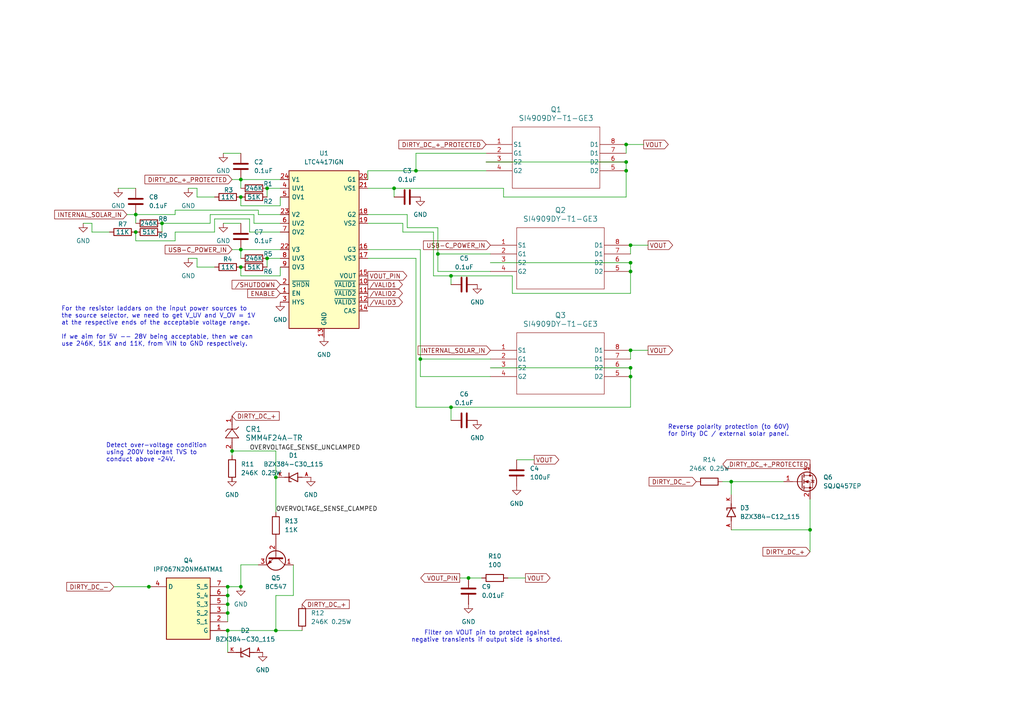
<source format=kicad_sch>
(kicad_sch (version 20231120) (generator "eeschema") (generator_version "8.0")
  (paper "A4")
  (lib_symbols
    (symbol "2025-03-01_04-59-26:SI4909DY-T1-GE3" (pin_names (offset 0.254))
      (property "Reference" "Q" (at 20.32 10.16 0))
      (property "Value" "SI4909DY-T1-GE3" (at 20.32 7.62 0))
      (symbol "SI4909DY-T1-GE3_0_1"
        (polyline (pts (xy 7.62 -12.7) (xy 33.02 -12.7)) (stroke (width 0.127)))
        (polyline (pts (xy 7.62 5.08) (xy 7.62 -12.7)) (stroke (width 0.127)))
        (polyline (pts (xy 33.02 -12.7) (xy 33.02 5.08)) (stroke (width 0.127)))
        (polyline (pts (xy 33.02 5.08) (xy 7.62 5.08)) (stroke (width 0.127)))
        (pin bidirectional line (at 0 0 0) (length 7.62) (name "S1") (number "1"))
        (pin bidirectional line (at 0 -2.54 0) (length 7.62) (name "G1") (number "2"))
        (pin unspecified line (at 0 -5.08 0) (length 7.62) (name "S2") (number "3"))
        (pin bidirectional line (at 0 -7.62 0) (length 7.62) (name "G2") (number "4"))
        (pin bidirectional line (at 40.64 -7.62 180) (length 7.62) (name "D2") (number "5"))
        (pin bidirectional line (at 40.64 -5.08 180) (length 7.62) (name "D2") (number "6"))
        (pin bidirectional line (at 40.64 -2.54 180) (length 7.62) (name "D1") (number "7"))
        (pin bidirectional line (at 40.64 0 180) (length 7.62) (name "D1") (number "8"))
      )
    )
    (symbol "2025-03-01_11-33-46:SMM4F24A-TR" (pin_names (offset 0.254))
      (property "Reference" "CR" (at 0 0 0))
      (property "Value" "SMM4F24A-TR" (at 0 0 0))
      (symbol "SMM4F24A-TR_0_1"
        (polyline (pts (xy 2.54 0) (xy 3.81 0)) (stroke (width 0.2032)))
        (polyline (pts (xy 3.175 1.905) (xy 3.81 1.27)) (stroke (width 0.2032)))
        (polyline (pts (xy 3.81 -1.27) (xy 4.445 -1.905)) (stroke (width 0.2032)))
        (polyline (pts (xy 3.81 0) (xy 6.35 -1.905)) (stroke (width 0.2032)))
        (polyline (pts (xy 3.81 1.27) (xy 3.81 -1.27)) (stroke (width 0.2032)))
        (polyline (pts (xy 6.35 -1.905) (xy 6.35 1.905)) (stroke (width 0.2032)))
        (polyline (pts (xy 6.35 1.905) (xy 3.81 0)) (stroke (width 0.2032)))
        (polyline (pts (xy 7.62 0) (xy 6.35 0)) (stroke (width 0.2032)))
        (pin unspecified line (at 0 0 0) (length 2.54) (name "") (number "1"))
        (pin unspecified line (at 10.16 0 180) (length 2.54) (name "") (number "2"))
      )
    )
    (symbol "BZX384-C30_115:BZX384-C30_115" (pin_names (offset 1.016))
      (property "Reference" "D" (at -2.54 -5.08 0))
      (property "Value" "BZX384-C30_115" (at -2.54 2.54 0))
      (symbol "BZX384-C30_115_0_0"
        (polyline (pts (xy -2.54 0) (xy -1.27 0)) (stroke (width 0.254)))
        (polyline (pts (xy -1.27 -1.27) (xy -1.27 0)) (stroke (width 0.254)))
        (polyline (pts (xy -1.27 0) (xy -1.27 1.27)) (stroke (width 0.254)))
        (polyline (pts (xy -1.27 0) (xy 1.27 -1.27)) (stroke (width 0.254)))
        (polyline (pts (xy -0.635 -1.27) (xy -1.27 -1.27)) (stroke (width 0.254)))
        (polyline (pts (xy 1.27 -1.27) (xy 1.27 0)) (stroke (width 0.254)))
        (polyline (pts (xy 1.27 0) (xy 1.27 1.27)) (stroke (width 0.254)))
        (polyline (pts (xy 1.27 1.27) (xy -1.27 0)) (stroke (width 0.254)))
        (polyline (pts (xy 2.54 0) (xy 1.27 0)) (stroke (width 0.254)))
        (pin passive line (at 5.08 0 180) (length 2.54) (name "~") (number "A"))
        (pin passive line (at -5.08 0 0) (length 2.54) (name "~") (number "K"))
      )
    )
    (symbol "Device:C" (pin_numbers hide) (pin_names (offset 0.254))
      (property "Reference" "C" (at 0.635 2.54 0))
      (property "Value" "C" (at 0.635 -2.54 0))
      (symbol "C_0_1"
        (polyline (pts (xy -2.032 -0.762) (xy 2.032 -0.762)) (stroke (width 0.508)))
        (polyline (pts (xy -2.032 0.762) (xy 2.032 0.762)) (stroke (width 0.508)))
      )
      (symbol "C_1_1"
        (pin passive line (at 0 3.81 270) (length 2.794) (name "~") (number "1"))
        (pin passive line (at 0 -3.81 90) (length 2.794) (name "~") (number "2"))
      )
    )
    (symbol "Device:R" (pin_numbers hide) (pin_names (offset 0))
      (property "Reference" "R" (at 2.032 0 90))
      (property "Value" "R" (at 0 0 90))
      (symbol "R_0_1"
        (rectangle (start -1.016 -2.54) (end 1.016 2.54) (stroke (width 0.254)))
      )
      (symbol "R_1_1"
        (pin passive line (at 0 3.81 270) (length 1.27) (name "~") (number "1"))
        (pin passive line (at 0 -3.81 90) (length 1.27) (name "~") (number "2"))
      )
    )
    (symbol "IPF067N20NM6ATMA1:IPF067N20NM6ATMA1"
      (property "Reference" "Q" (at 19.05 7.62 0))
      (property "Value" "IPF067N20NM6ATMA1" (at 19.05 5.08 0))
      (symbol "IPF067N20NM6ATMA1_1_1"
        (rectangle (start 5.08 2.54) (end 17.78 -15.24) (stroke (width 0.254)) (fill (type background)))
        (pin passive line (at 22.86 -12.7 180) (length 5.08) (name "G") (number "1"))
        (pin passive line (at 22.86 -10.16 180) (length 5.08) (name "S_1") (number "2"))
        (pin passive line (at 22.86 -7.62 180) (length 5.08) (name "S_2") (number "3"))
        (pin passive line (at 0 0 0) (length 5.08) (name "D") (number "4"))
        (pin passive line (at 22.86 -5.08 180) (length 5.08) (name "S_3") (number "5"))
        (pin passive line (at 22.86 -2.54 180) (length 5.08) (name "S_4") (number "6"))
        (pin passive line (at 22.86 0 180) (length 5.08) (name "S_5") (number "7"))
      )
    )
    (symbol "Power_Management:LTC4417IGN" (pin_names (offset 0.762))
      (property "Reference" "U" (at 0 26.035 0))
      (property "Value" "LTC4417IGN" (at 0 24.13 0))
      (symbol "LTC4417IGN_0_1"
        (rectangle (start -10.16 22.86) (end 10.16 -22.86) (stroke (width 0.254)) (fill (type background)))
      )
      (symbol "LTC4417IGN_1_1"
        (pin input line (at -12.7 -12.7 0) (length 2.54) (name "EN") (number "1"))
        (pin open_collector line (at 12.7 -10.16 180) (length 2.54) (name "~{VALID1}") (number "10"))
        (pin open_collector line (at 12.7 -12.7 180) (length 2.54) (name "~{VALID2}") (number "11"))
        (pin open_collector line (at 12.7 -15.24 180) (length 2.54) (name "~{VALID3}") (number "12"))
        (pin power_in line (at 0 -25.4 90) (length 2.54) (name "GND") (number "13"))
        (pin output line (at 12.7 -17.78 180) (length 2.54) (name "CAS") (number "14"))
        (pin output line (at 12.7 -7.62 180) (length 2.54) (name "VOUT") (number "15"))
        (pin output line (at 12.7 0 180) (length 2.54) (name "G3") (number "16"))
        (pin output line (at 12.7 -2.54 180) (length 2.54) (name "VS3") (number "17"))
        (pin output line (at 12.7 10.16 180) (length 2.54) (name "G2") (number "18"))
        (pin output line (at 12.7 7.62 180) (length 2.54) (name "VS2") (number "19"))
        (pin input line (at -12.7 -10.16 0) (length 2.54) (name "~{SHDN}") (number "2"))
        (pin output line (at 12.7 20.32 180) (length 2.54) (name "G1") (number "20"))
        (pin output line (at 12.7 17.78 180) (length 2.54) (name "VS1") (number "21"))
        (pin input line (at -12.7 0 0) (length 2.54) (name "V3") (number "22"))
        (pin input line (at -12.7 10.16 0) (length 2.54) (name "V2") (number "23"))
        (pin input line (at -12.7 20.32 0) (length 2.54) (name "V1") (number "24"))
        (pin input line (at -12.7 -15.24 0) (length 2.54) (name "HYS") (number "3"))
        (pin input line (at -12.7 17.78 0) (length 2.54) (name "UV1") (number "4"))
        (pin input line (at -12.7 15.24 0) (length 2.54) (name "OV1") (number "5"))
        (pin input line (at -12.7 7.62 0) (length 2.54) (name "UV2") (number "6"))
        (pin input line (at -12.7 5.08 0) (length 2.54) (name "OV2") (number "7"))
        (pin input line (at -12.7 -2.54 0) (length 2.54) (name "UV3") (number "8"))
        (pin input line (at -12.7 -5.08 0) (length 2.54) (name "OV3") (number "9"))
      )
    )
    (symbol "Transistor_BJT:BC547" (pin_names (offset 0) hide)
      (property "Reference" "Q" (at 5.08 1.905 0))
      (property "Value" "BC547" (at 5.08 0 0))
      (symbol "BC547_0_1"
        (polyline (pts (xy 0 0) (xy 0.635 0)))
        (polyline (pts (xy 0.635 0.635) (xy 2.54 2.54)))
        (polyline (pts (xy 0.635 -0.635) (xy 2.54 -2.54) (xy 2.54 -2.54)))
        (polyline (pts (xy 0.635 1.905) (xy 0.635 -1.905) (xy 0.635 -1.905)) (stroke (width 0.508)))
        (polyline (pts (xy 1.27 -1.778) (xy 1.778 -1.27) (xy 2.286 -2.286) (xy 1.27 -1.778) (xy 1.27 -1.778)) (fill (type outline)))
        (circle (center 1.27 0) (radius 2.8194) (stroke (width 0.254)))
      )
      (symbol "BC547_1_1"
        (pin passive line (at 2.54 5.08 270) (length 2.54) (name "C") (number "1"))
        (pin input line (at -5.08 0 0) (length 5.08) (name "B") (number "2"))
        (pin passive line (at 2.54 -5.08 90) (length 2.54) (name "E") (number "3"))
      )
    )
    (symbol "Transistor_FET:SQJQ466E" (pin_names (offset 0) hide)
      (property "Reference" "Q" (at 5.08 1.27 0))
      (property "Value" "SQJQ466E" (at 5.08 -1.27 0))
      (symbol "SQJQ466E_0_1"
        (polyline (pts (xy 0.254 0) (xy -2.54 0)))
        (polyline (pts (xy 0.254 1.905) (xy 0.254 -1.905)) (stroke (width 0.254)))
        (polyline (pts (xy 0.762 -1.27) (xy 0.762 -2.286)) (stroke (width 0.254)))
        (polyline (pts (xy 0.762 0.508) (xy 0.762 -0.508)) (stroke (width 0.254)))
        (polyline (pts (xy 0.762 2.286) (xy 0.762 1.27)) (stroke (width 0.254)))
        (polyline (pts (xy 2.54 2.54) (xy 2.54 1.778)))
        (polyline (pts (xy 2.54 -2.54) (xy 2.54 0) (xy 0.762 0)))
        (polyline (pts (xy 0.762 -1.778) (xy 3.302 -1.778) (xy 3.302 1.778) (xy 0.762 1.778)))
        (polyline (pts (xy 1.016 0) (xy 2.032 0.381) (xy 2.032 -0.381) (xy 1.016 0)) (fill (type outline)))
        (polyline (pts (xy 2.794 0.508) (xy 2.921 0.381) (xy 3.683 0.381) (xy 3.81 0.254)))
        (polyline (pts (xy 3.302 0.381) (xy 2.921 -0.254) (xy 3.683 -0.254) (xy 3.302 0.381)))
        (circle (center 1.651 0) (radius 2.794) (stroke (width 0.254)))
        (circle (center 2.54 -1.778) (radius 0.254) (fill (type outline)))
        (circle (center 2.54 1.778) (radius 0.254) (fill (type outline)))
      )
      (symbol "SQJQ466E_1_1"
        (pin input line (at -5.08 0 0) (length 2.54) (name "G") (number "1"))
        (pin passive line (at 2.54 -5.08 90) (length 2.54) (name "S") (number "2"))
        (pin passive line (at 2.54 -5.08 90) (length 2.54) hide (name "S") (number "3"))
        (pin passive line (at 2.54 -5.08 90) (length 2.54) hide (name "S") (number "4"))
        (pin passive line (at 2.54 5.08 270) (length 2.54) (name "D") (number "5"))
      )
    )
    (symbol "power:GND" (power) (pin_numbers hide) (pin_names (offset 0) hide)
      (property "Value" "GND" (at 0 -3.81 0))
      (symbol "GND_0_1"
        (polyline (pts (xy 0 0) (xy 0 -1.27) (xy 1.27 -1.27) (xy 0 -2.54) (xy -1.27 -1.27) (xy 0 -1.27)))
      )
      (symbol "GND_1_1"
        (pin power_in line (at 0 0 270) (length 0) (name "~") (number "1"))
      )
    )
  )
  (junction (at 181.61 46.99))
  (junction (at 66.04 170.18))
  (junction (at 120.65 49.53))
  (junction (at 181.61 49.53))
  (junction (at 127 73.66))
  (junction (at 80.01 182.88))
  (junction (at 182.88 78.74))
  (junction (at 121.92 104.14))
  (junction (at 135.89 167.64))
  (junction (at 66.04 172.72))
  (junction (at 114.3 54.61))
  (junction (at 182.88 106.68))
  (junction (at 39.37 67.31))
  (junction (at 69.85 77.47))
  (junction (at 69.85 52.07))
  (junction (at 39.37 62.23))
  (junction (at 182.88 71.12))
  (junction (at 69.85 57.15))
  (junction (at 130.81 118.11))
  (junction (at 234.95 153.67))
  (junction (at 182.88 101.6))
  (junction (at 67.31 130.81))
  (junction (at 77.47 54.61))
  (junction (at 66.04 175.26))
  (junction (at 69.85 72.39))
  (junction (at 80.01 138.43))
  (junction (at 69.85 170.18))
  (junction (at 130.81 80.01))
  (junction (at 66.04 182.88))
  (junction (at 182.88 76.2))
  (junction (at 43.18 170.18))
  (junction (at 181.61 41.91))
  (junction (at 66.04 177.8))
  (junction (at 77.47 74.93))
  (junction (at 212.09 139.7))
  (junction (at 46.99 64.77))
  (junction (at 182.88 109.22))
  (wire (pts (xy 69.85 52.07) (xy 69.85 54.61)))
  (wire (pts (xy 142.24 106.68) (xy 182.88 106.68)))
  (wire (pts (xy 39.37 62.23) (xy 39.37 64.77)))
  (wire (pts (xy 73.66 62.23) (xy 73.66 64.77)))
  (wire (pts (xy 39.37 62.23) (xy 50.8 62.23)))
  (wire (pts (xy 130.81 80.01) (xy 130.81 82.55)))
  (wire (pts (xy 125.73 67.31) (xy 125.73 80.01)))
  (wire (pts (xy 106.68 49.53) (xy 120.65 49.53)))
  (wire (pts (xy 80.01 138.43) (xy 80.01 130.81)))
  (wire (pts (xy 182.88 76.2) (xy 182.88 78.74)))
  (wire (pts (xy 64.77 64.77) (xy 69.85 64.77)))
  (wire (pts (xy 81.28 57.15) (xy 81.28 59.69)))
  (wire (pts (xy 120.65 44.45) (xy 120.65 49.53)))
  (wire (pts (xy 69.85 72.39) (xy 69.85 74.93)))
  (wire (pts (xy 234.95 144.78) (xy 234.95 153.67)))
  (wire (pts (xy 149.86 133.35) (xy 154.94 133.35)))
  (wire (pts (xy 69.85 163.83) (xy 69.85 170.18)))
  (wire (pts (xy 39.37 69.85) (xy 39.37 67.31)))
  (wire (pts (xy 69.85 52.07) (xy 81.28 52.07)))
  (wire (pts (xy 43.18 170.18) (xy 45.72 170.18)))
  (wire (pts (xy 66.04 172.72) (xy 66.04 170.18)))
  (wire (pts (xy 72.39 63.5) (xy 62.23 63.5)))
  (wire (pts (xy 74.93 163.83) (xy 69.85 163.83)))
  (wire (pts (xy 212.09 139.7) (xy 227.33 139.7)))
  (wire (pts (xy 50.8 67.31) (xy 50.8 69.85)))
  (wire (pts (xy 67.31 130.81) (xy 80.01 130.81)))
  (wire (pts (xy 77.47 74.93) (xy 81.28 74.93)))
  (wire (pts (xy 130.81 80.01) (xy 148.59 80.01)))
  (wire (pts (xy 34.29 54.61) (xy 39.37 54.61)))
  (wire (pts (xy 72.39 67.31) (xy 72.39 63.5)))
  (wire (pts (xy 181.61 46.99) (xy 181.61 49.53)))
  (wire (pts (xy 77.47 54.61) (xy 81.28 54.61)))
  (wire (pts (xy 181.61 41.91) (xy 186.69 41.91)))
  (wire (pts (xy 133.35 167.64) (xy 135.89 167.64)))
  (wire (pts (xy 106.68 54.61) (xy 114.3 54.61)))
  (wire (pts (xy 33.02 170.18) (xy 43.18 170.18)))
  (wire (pts (xy 60.96 64.77) (xy 60.96 62.23)))
  (wire (pts (xy 146.05 54.61) (xy 146.05 57.15)))
  (wire (pts (xy 147.32 167.64) (xy 152.4 167.64)))
  (wire (pts (xy 182.88 71.12) (xy 187.96 71.12)))
  (wire (pts (xy 46.99 64.77) (xy 46.99 67.31)))
  (wire (pts (xy 74.93 60.96) (xy 50.8 60.96)))
  (wire (pts (xy 26.67 67.31) (xy 31.75 67.31)))
  (wire (pts (xy 80.01 182.88) (xy 87.63 182.88)))
  (wire (pts (xy 118.11 62.23) (xy 118.11 66.04)))
  (wire (pts (xy 182.88 71.12) (xy 182.88 73.66)))
  (wire (pts (xy 69.85 72.39) (xy 81.28 72.39)))
  (wire (pts (xy 125.73 80.01) (xy 130.81 80.01)))
  (wire (pts (xy 81.28 80.01) (xy 69.85 80.01)))
  (wire (pts (xy 81.28 67.31) (xy 72.39 67.31)))
  (wire (pts (xy 77.47 74.93) (xy 77.47 77.47)))
  (wire (pts (xy 182.88 101.6) (xy 182.88 104.14)))
  (wire (pts (xy 80.01 172.72) (xy 85.09 172.72)))
  (wire (pts (xy 66.04 182.88) (xy 80.01 182.88)))
  (wire (pts (xy 116.84 67.31) (xy 125.73 67.31)))
  (wire (pts (xy 69.85 59.69) (xy 69.85 57.15)))
  (wire (pts (xy 81.28 77.47) (xy 81.28 80.01)))
  (wire (pts (xy 54.61 74.93) (xy 57.15 74.93)))
  (wire (pts (xy 209.55 139.7) (xy 212.09 139.7)))
  (wire (pts (xy 142.24 76.2) (xy 182.88 76.2)))
  (wire (pts (xy 140.97 46.99) (xy 181.61 46.99)))
  (wire (pts (xy 120.65 118.11) (xy 130.81 118.11)))
  (wire (pts (xy 24.13 64.77) (xy 26.67 64.77)))
  (wire (pts (xy 120.65 44.45) (xy 140.97 44.45)))
  (wire (pts (xy 148.59 80.01) (xy 148.59 85.09)))
  (wire (pts (xy 106.68 62.23) (xy 118.11 62.23)))
  (wire (pts (xy 127 73.66) (xy 127 78.74)))
  (wire (pts (xy 69.85 80.01) (xy 69.85 77.47)))
  (wire (pts (xy 77.47 54.61) (xy 77.47 57.15)))
  (wire (pts (xy 50.8 60.96) (xy 50.8 62.23)))
  (wire (pts (xy 234.95 153.67) (xy 234.95 160.02)))
  (wire (pts (xy 67.31 130.81) (xy 67.31 132.08)))
  (wire (pts (xy 73.66 64.77) (xy 81.28 64.77)))
  (wire (pts (xy 62.23 67.31) (xy 50.8 67.31)))
  (wire (pts (xy 120.65 49.53) (xy 140.97 49.53)))
  (wire (pts (xy 66.04 180.34) (xy 66.04 177.8)))
  (wire (pts (xy 57.15 57.15) (xy 62.23 57.15)))
  (wire (pts (xy 74.93 62.23) (xy 74.93 60.96)))
  (wire (pts (xy 142.24 78.74) (xy 127 78.74)))
  (wire (pts (xy 182.88 101.6) (xy 187.96 101.6)))
  (wire (pts (xy 66.04 177.8) (xy 66.04 175.26)))
  (wire (pts (xy 148.59 85.09) (xy 182.88 85.09)))
  (wire (pts (xy 80.01 138.43) (xy 80.01 148.59)))
  (wire (pts (xy 50.8 69.85) (xy 39.37 69.85)))
  (wire (pts (xy 106.68 74.93) (xy 120.65 74.93)))
  (wire (pts (xy 57.15 77.47) (xy 62.23 77.47)))
  (wire (pts (xy 62.23 63.5) (xy 62.23 67.31)))
  (wire (pts (xy 121.92 72.39) (xy 121.92 104.14)))
  (wire (pts (xy 114.3 54.61) (xy 114.3 57.15)))
  (wire (pts (xy 121.92 104.14) (xy 142.24 104.14)))
  (wire (pts (xy 121.92 104.14) (xy 121.92 109.22)))
  (wire (pts (xy 106.68 52.07) (xy 106.68 49.53)))
  (wire (pts (xy 114.3 54.61) (xy 146.05 54.61)))
  (wire (pts (xy 60.96 62.23) (xy 73.66 62.23)))
  (wire (pts (xy 212.09 143.51) (xy 212.09 139.7)))
  (wire (pts (xy 36.83 62.23) (xy 39.37 62.23)))
  (wire (pts (xy 118.11 66.04) (xy 127 66.04)))
  (wire (pts (xy 66.04 175.26) (xy 66.04 172.72)))
  (wire (pts (xy 130.81 118.11) (xy 130.81 121.92)))
  (wire (pts (xy 181.61 57.15) (xy 181.61 49.53)))
  (wire (pts (xy 81.28 59.69) (xy 69.85 59.69)))
  (wire (pts (xy 64.77 44.45) (xy 69.85 44.45)))
  (wire (pts (xy 57.15 54.61) (xy 57.15 57.15)))
  (wire (pts (xy 106.68 72.39) (xy 121.92 72.39)))
  (wire (pts (xy 66.04 182.88) (xy 66.04 189.23)))
  (wire (pts (xy 127 66.04) (xy 127 73.66)))
  (wire (pts (xy 57.15 74.93) (xy 57.15 77.47)))
  (wire (pts (xy 182.88 106.68) (xy 182.88 109.22)))
  (wire (pts (xy 46.99 64.77) (xy 60.96 64.77)))
  (wire (pts (xy 127 73.66) (xy 142.24 73.66)))
  (wire (pts (xy 80.01 172.72) (xy 80.01 182.88)))
  (wire (pts (xy 212.09 153.67) (xy 234.95 153.67)))
  (wire (pts (xy 66.04 170.18) (xy 69.85 170.18)))
  (wire (pts (xy 120.65 74.93) (xy 120.65 118.11)))
  (wire (pts (xy 67.31 72.39) (xy 69.85 72.39)))
  (wire (pts (xy 130.81 118.11) (xy 182.88 118.11)))
  (wire (pts (xy 146.05 57.15) (xy 181.61 57.15)))
  (wire (pts (xy 26.67 64.77) (xy 26.67 67.31)))
  (wire (pts (xy 116.84 64.77) (xy 116.84 67.31)))
  (wire (pts (xy 182.88 109.22) (xy 182.88 118.11)))
  (wire (pts (xy 85.09 163.83) (xy 85.09 172.72)))
  (wire (pts (xy 181.61 41.91) (xy 181.61 44.45)))
  (wire (pts (xy 135.89 167.64) (xy 139.7 167.64)))
  (wire (pts (xy 106.68 64.77) (xy 116.84 64.77)))
  (wire (pts (xy 182.88 85.09) (xy 182.88 78.74)))
  (wire (pts (xy 67.31 52.07) (xy 69.85 52.07)))
  (wire (pts (xy 54.61 54.61) (xy 57.15 54.61)))
  (wire (pts (xy 121.92 109.22) (xy 142.24 109.22)))
  (wire (pts (xy 81.28 62.23) (xy 74.93 62.23)))
  (text "For the resistor laddars on the input power sources to\nthe source selector, we need to get V_UV and V_OV = 1V\nat the respective ends of the acceptable voltage range.\n\nIf we aim for 5V -- 28V being acceptable, then we can\nuse 246K, 51K and 11K, from VIN to GND respectively." (at 17.78 94.742 0) (effects (font (size 1.27 1.27)) (justify left)))
  (text "Filter on VOUT pin to protect against\nnegative transients if output side is shorted." (at 141.224 184.658 0) (effects (font (size 1.27 1.27))))
  (text "Reverse polarity protection (to 60V)\nfor Dirty DC / external solar panel." (at 211.328 124.968 0) (effects (font (size 1.27 1.27))))
  (text "Detect over-voltage condition\nusing 200V tolerant TVS to\nconduct above ~24V." (at 30.734 131.318 0) (effects (font (size 1.27 1.27)) (justify left)))
  (label "OVERVOLTAGE_SENSE_UNCLAMPED" (at 72.39 130.81 0))
  (label "OVERVOLTAGE_SENSE_CLAMPED" (at 80.01 148.59 0))
  (global_label "DIRTY_DC_+" (shape input) (at 234.95 160.02 180) (property "Intersheetrefs" "${INTERSHEET_REFS}" (effects (hide yes))))
  (global_label "ENABLE" (shape input) (at 81.28 85.09 180) (property "Intersheetrefs" "${INTERSHEET_REFS}" (effects (hide yes))))
  (global_label "DIRTY_DC_-" (shape input) (at 201.93 139.7 180) (property "Intersheetrefs" "${INTERSHEET_REFS}" (effects (hide yes))))
  (global_label "INTERNAL_SOLAR_IN" (shape input) (at 142.24 101.6 180) (property "Intersheetrefs" "${INTERSHEET_REFS}" (effects (hide yes))))
  (global_label "VOUT_PIN" (shape output) (at 133.35 167.64 180) (property "Intersheetrefs" "${INTERSHEET_REFS}" (effects (hide yes))))
  (global_label "VOUT" (shape output) (at 152.4 167.64 0) (property "Intersheetrefs" "${INTERSHEET_REFS}" (effects (hide yes))))
  (global_label "{slash}VALID2" (shape output) (at 106.68 85.09 0) (property "Intersheetrefs" "${INTERSHEET_REFS}" (effects (hide yes))))
  (global_label "VOUT" (shape output) (at 187.96 101.6 0) (property "Intersheetrefs" "${INTERSHEET_REFS}" (effects (hide yes))))
  (global_label "INTERNAL_SOLAR_IN" (shape input) (at 36.83 62.23 180) (property "Intersheetrefs" "${INTERSHEET_REFS}" (effects (hide yes))))
  (global_label "VOUT" (shape output) (at 154.94 133.35 0) (property "Intersheetrefs" "${INTERSHEET_REFS}" (effects (hide yes))))
  (global_label "DIRTY_DC_+" (shape input) (at 67.31 120.65 0) (property "Intersheetrefs" "${INTERSHEET_REFS}" (effects (hide yes))))
  (global_label "USB-C_POWER_IN" (shape input) (at 142.24 71.12 180) (property "Intersheetrefs" "${INTERSHEET_REFS}" (effects (hide yes))))
  (global_label "DIRTY_DC_+_PROTECTED" (shape output) (at 234.95 134.62 180) (property "Intersheetrefs" "${INTERSHEET_REFS}" (effects (hide yes))))
  (global_label "USB-C_POWER_IN" (shape input) (at 67.31 72.39 180) (property "Intersheetrefs" "${INTERSHEET_REFS}" (effects (hide yes))))
  (global_label "DIRTY_DC_+_PROTECTED" (shape input) (at 140.97 41.91 180) (property "Intersheetrefs" "${INTERSHEET_REFS}" (effects (hide yes))))
  (global_label "{slash}SHUTDOWN" (shape input) (at 81.28 82.55 180) (property "Intersheetrefs" "${INTERSHEET_REFS}" (effects (hide yes))))
  (global_label "{slash}VALID1" (shape output) (at 106.68 82.55 0) (property "Intersheetrefs" "${INTERSHEET_REFS}" (effects (hide yes))))
  (global_label "DIRTY_DC_-" (shape input) (at 33.02 170.18 180) (property "Intersheetrefs" "${INTERSHEET_REFS}" (effects (hide yes))))
  (global_label "{slash}VALID3" (shape output) (at 106.68 87.63 0) (property "Intersheetrefs" "${INTERSHEET_REFS}" (effects (hide yes))))
  (global_label "VOUT_PIN" (shape output) (at 106.68 80.01 0) (property "Intersheetrefs" "${INTERSHEET_REFS}" (effects (hide yes))))
  (global_label "DIRTY_DC_+_PROTECTED" (shape input) (at 67.31 52.07 180) (property "Intersheetrefs" "${INTERSHEET_REFS}" (effects (hide yes))))
  (global_label "DIRTY_DC_+" (shape input) (at 87.63 175.26 0) (property "Intersheetrefs" "${INTERSHEET_REFS}" (effects (hide yes))))
  (global_label "VOUT" (shape output) (at 186.69 41.91 0) (property "Intersheetrefs" "${INTERSHEET_REFS}" (effects (hide yes))))
  (global_label "VOUT" (shape output) (at 187.96 71.12 0) (property "Intersheetrefs" "${INTERSHEET_REFS}" (effects (hide yes))))
  (symbol (lib_id "BZX384-C30_115:BZX384-C30_115") (at 71.12 189.23 0) (unit 1)
    (property "Reference" "D2" (at 71.12 182.88 0))
    (property "Value" "BZX384-C30_115" (at 71.12 185.42 0))
    (property "Footprint" "BZX384-C30_115:DIO_BZX384-C30_115" (effects (hide yes)))
    (property "MF" "Nexperia USA" (effects (hide yes)))
    (property "Purchase-URL" "https://pricing.snapeda.com/search/part/BZX384-C30,115/?ref=eda" (effects (hide yes)))
    (property "Package" "SOD323-2 Nexperia USA Inc." (effects (hide yes)))
    (property "Price" "None" (effects (hide yes)))
    (property "MP" "BZX384-C30,115" (effects (hide yes)))
    (property "Availability" "In Stock" (effects (hide yes)))
    (property "Description_1" "Zener Diode 30 V 300 mW ±5% Surface Mount SOD-323" (effects (hide yes)))
  )
  (symbol (lib_id "power:GND") (at 64.77 64.77 0) (unit 1)
    (property "Reference" "#PWR11" (effects (hide yes)))
    (property "Value" "GND" (at 64.77 69.85 0))
    (property "Description" "Power symbol creates a global label with name \"GND\" , ground" (effects (hide yes)))
  )
  (symbol (lib_id "power:GND") (at 24.13 64.77 0) (unit 1)
    (property "Reference" "#PWR12" (effects (hide yes)))
    (property "Value" "GND" (at 24.13 69.85 0))
    (property "Description" "Power symbol creates a global label with name \"GND\" , ground" (effects (hide yes)))
  )
  (symbol (lib_id "Device:R") (at 35.56 67.31 90) (unit 1)
    (property "Reference" "R7" (at 35.56 65.024 90))
    (property "Value" "11K" (at 35.56 67.31 90))
    (property "Footprint" "Resistor_SMD:R_0805_2012Metric" (effects (hide yes)))
    (property "Description" "Resistor" (effects (hide yes)))
  )
  (symbol (lib_id "power:GND") (at 121.92 57.15 0) (unit 1)
    (property "Reference" "#PWR5" (effects (hide yes)))
    (property "Value" "GND" (at 121.92 62.23 0))
    (property "Description" "Power symbol creates a global label with name \"GND\" , ground" (effects (hide yes)))
  )
  (symbol (lib_id "2025-03-01_04-59-26:SI4909DY-T1-GE3") (at 142.24 101.6 0) (unit 1)
    (property "Reference" "Q3" (at 162.56 91.44 0) (effects (font (size 1.524 1.524))))
    (property "Value" "SI4909DY-T1-GE3" (at 162.56 93.98 0) (effects (font (size 1.524 1.524))))
    (property "Footprint" "SOIC_09DY-T1-GE3_VIS" (effects (hide yes)))
    (property "Datasheet" "SI4909DY-T1-GE3" (effects (hide yes)))
  )
  (symbol (lib_id "power:GND") (at 64.77 44.45 0) (unit 1)
    (property "Reference" "#PWR3" (effects (hide yes)))
    (property "Value" "GND" (at 64.77 49.53 0))
    (property "Description" "Power symbol creates a global label with name \"GND\" , ground" (effects (hide yes)))
  )
  (symbol (lib_id "Device:C") (at 39.37 58.42 0) (unit 1)
    (property "Reference" "C8" (at 43.18 57.1499 0) (effects (justify left)))
    (property "Value" "0.1uF" (at 43.18 59.6899 0) (effects (justify left)))
    (property "Footprint" "Capacitor_SMD:C_0805_2012Metric" (effects (hide yes)))
    (property "Description" "Unpolarized capacitor" (effects (hide yes)))
  )
  (symbol (lib_id "Device:R") (at 67.31 135.89 0) (unit 1)
    (property "Reference" "R11" (at 69.85 134.6199 0) (effects (justify left)))
    (property "Value" "246K 0.25W" (at 69.85 137.1599 0) (effects (justify left)))
    (property "Footprint" "Resistor_SMD:R_0805_2012Metric" (effects (hide yes)))
    (property "Description" "Resistor" (effects (hide yes)))
  )
  (symbol (lib_id "2025-03-01_11-33-46:SMM4F24A-TR") (at 67.31 120.65 270) (unit 1)
    (property "Reference" "CR1" (at 71.12 124.4599 90) (effects (font (size 1.524 1.524)) (justify left)))
    (property "Value" "SMM4F24A-TR" (at 71.12 126.9999 90) (effects (font (size 1.524 1.524)) (justify left)))
    (property "Footprint" "ZDO_STMITE-FLAT_DO222-AA_STM" (effects (hide yes)))
    (property "Datasheet" "SMM4F24A-TR" (effects (hide yes)))
  )
  (symbol (lib_id "Device:C") (at 149.86 137.16 0) (unit 1)
    (property "Reference" "C4" (at 153.67 135.8899 0) (effects (justify left)))
    (property "Value" "100uF" (at 153.67 138.4299 0) (effects (justify left)))
    (property "Footprint" "Capacitor_SMD:C_0805_2012Metric" (effects (hide yes)))
    (property "Description" "Unpolarized capacitor" (effects (hide yes)))
  )
  (symbol (lib_id "Device:R") (at 205.74 139.7 90) (unit 1)
    (property "Reference" "R14" (at 205.74 133.35 90))
    (property "Value" "246K 0.25W" (at 205.74 135.89 90))
    (property "Footprint" "Resistor_SMD:R_0805_2012Metric" (effects (hide yes)))
    (property "Description" "Resistor" (effects (hide yes)))
  )
  (symbol (lib_id "Device:C") (at 69.85 48.26 0) (unit 1)
    (property "Reference" "C2" (at 73.66 46.9899 0) (effects (justify left)))
    (property "Value" "0.1uF" (at 73.66 49.5299 0) (effects (justify left)))
    (property "Footprint" "Capacitor_SMD:C_0805_2012Metric" (effects (hide yes)))
    (property "Description" "Unpolarized capacitor" (effects (hide yes)))
  )
  (symbol (lib_id "power:GND") (at 54.61 54.61 0) (unit 1)
    (property "Reference" "#PWR4" (effects (hide yes)))
    (property "Value" "GND" (at 54.61 59.69 0))
    (property "Description" "Power symbol creates a global label with name \"GND\" , ground" (effects (hide yes)))
  )
  (symbol (lib_id "Transistor_BJT:BC547") (at 80.01 161.29 270) (unit 1)
    (property "Reference" "Q5" (at 80.01 167.64 90))
    (property "Value" "BC547" (at 80.01 170.18 90))
    (property "Footprint" "Package_TO_SOT_THT:TO-92_Inline" (effects (hide yes)))
    (property "Datasheet" "https://www.onsemi.com/pub/Collateral/BC550-D.pdf" (effects (hide yes)))
    (property "Description" "0.1A Ic, 45V Vce, Small Signal NPN Transistor, TO-92" (effects (hide yes)))
  )
  (symbol (lib_id "Device:R") (at 66.04 57.15 90) (unit 1)
    (property "Reference" "R3" (at 66.294 55.118 90))
    (property "Value" "11K" (at 66.04 57.15 90))
    (property "Footprint" "Resistor_SMD:R_0805_2012Metric" (effects (hide yes)))
    (property "Description" "Resistor" (effects (hide yes)))
  )
  (symbol (lib_id "Device:R") (at 66.04 77.47 90) (unit 1)
    (property "Reference" "R4" (at 66.04 75.184 90))
    (property "Value" "11K" (at 66.04 77.47 90))
    (property "Footprint" "Resistor_SMD:R_0805_2012Metric" (effects (hide yes)))
    (property "Description" "Resistor" (effects (hide yes)))
  )
  (symbol (lib_id "Device:C") (at 134.62 121.92 90) (unit 1)
    (property "Reference" "C6" (at 134.62 114.3 90))
    (property "Value" "0.1uF" (at 134.62 116.84 90))
    (property "Footprint" "Capacitor_SMD:C_0805_2012Metric" (effects (hide yes)))
    (property "Description" "Unpolarized capacitor" (effects (hide yes)))
  )
  (symbol (lib_id "power:GND") (at 135.89 175.26 0) (unit 1)
    (property "Reference" "#PWR14" (effects (hide yes)))
    (property "Value" "GND" (at 135.89 180.34 0))
    (property "Description" "Power symbol creates a global label with name \"GND\" , ground" (effects (hide yes)))
  )
  (symbol (lib_id "power:GND") (at 90.17 138.43 0) (unit 1)
    (property "Reference" "#PWR17" (effects (hide yes)))
    (property "Value" "GND" (at 90.17 143.51 0))
    (property "Description" "Power symbol creates a global label with name \"GND\" , ground" (effects (hide yes)))
  )
  (symbol (lib_id "2025-03-01_04-59-26:SI4909DY-T1-GE3") (at 140.97 41.91 0) (unit 1)
    (property "Reference" "Q1" (at 161.29 31.75 0) (effects (font (size 1.524 1.524))))
    (property "Value" "SI4909DY-T1-GE3" (at 161.29 34.29 0) (effects (font (size 1.524 1.524))))
    (property "Footprint" "SOIC_09DY-T1-GE3_VIS" (effects (hide yes)))
    (property "Datasheet" "SI4909DY-T1-GE3" (effects (hide yes)))
  )
  (symbol (lib_id "Device:R") (at 43.18 64.77 90) (unit 1)
    (property "Reference" "R8" (at 47.244 63.5 90))
    (property "Value" "246K" (at 43.18 64.77 90))
    (property "Footprint" "Resistor_SMD:R_0805_2012Metric" (effects (hide yes)))
    (property "Description" "Resistor" (effects (hide yes)))
  )
  (symbol (lib_id "Device:R") (at 73.66 77.47 270) (unit 1)
    (property "Reference" "R6" (at 77.724 78.74 90))
    (property "Value" "51K" (at 73.66 77.47 90))
    (property "Footprint" "Resistor_SMD:R_0805_2012Metric" (effects (hide yes)))
    (property "Description" "Resistor" (effects (hide yes)))
  )
  (symbol (lib_id "Device:R") (at 87.63 179.07 0) (unit 1)
    (property "Reference" "R12" (at 90.17 177.7999 0) (effects (justify left)))
    (property "Value" "246K 0.25W" (at 90.17 180.3399 0) (effects (justify left)))
    (property "Footprint" "Resistor_SMD:R_0805_2012Metric" (effects (hide yes)))
    (property "Description" "Resistor" (effects (hide yes)))
  )
  (symbol (lib_id "power:GND") (at 149.86 140.97 0) (unit 1)
    (property "Reference" "#PWR7" (effects (hide yes)))
    (property "Value" "GND" (at 149.86 146.05 0))
    (property "Description" "Power symbol creates a global label with name \"GND\" , ground" (effects (hide yes)))
  )
  (symbol (lib_id "power:GND") (at 69.85 170.18 0) (unit 1)
    (property "Reference" "#PWR16" (effects (hide yes)))
    (property "Value" "GND" (at 69.85 175.26 0))
    (property "Description" "Power symbol creates a global label with name \"GND\" , ground" (effects (hide yes)))
  )
  (symbol (lib_id "2025-03-01_04-59-26:SI4909DY-T1-GE3") (at 142.24 71.12 0) (unit 1)
    (property "Reference" "Q2" (at 162.56 60.96 0) (effects (font (size 1.524 1.524))))
    (property "Value" "SI4909DY-T1-GE3" (at 162.56 63.5 0) (effects (font (size 1.524 1.524))))
    (property "Footprint" "SOIC_09DY-T1-GE3_VIS" (effects (hide yes)))
    (property "Datasheet" "SI4909DY-T1-GE3" (effects (hide yes)))
  )
  (symbol (lib_id "power:GND") (at 76.2 189.23 0) (unit 1)
    (property "Reference" "#PWR18" (effects (hide yes)))
    (property "Value" "GND" (at 76.2 194.31 0))
    (property "Description" "Power symbol creates a global label with name \"GND\" , ground" (effects (hide yes)))
  )
  (symbol (lib_id "Device:C") (at 69.85 68.58 0) (unit 1)
    (property "Reference" "C7" (at 73.66 67.3099 0) (effects (justify left)))
    (property "Value" "0.1uF" (at 73.66 69.8499 0) (effects (justify left)))
    (property "Description" "Unpolarized capacitor" (effects (hide yes)))
  )
  (symbol (lib_id "BZX384-C30_115:BZX384-C30_115") (at 85.09 138.43 0) (unit 1)
    (property "Reference" "D1" (at 85.09 132.08 0))
    (property "Value" "BZX384-C30_115" (at 85.09 134.62 0))
    (property "Footprint" "BZX384-C30_115:DIO_BZX384-C30_115" (effects (hide yes)))
    (property "MF" "Nexperia USA" (effects (hide yes)))
    (property "Purchase-URL" "https://pricing.snapeda.com/search/part/BZX384-C30,115/?ref=eda" (effects (hide yes)))
    (property "Package" "SOD323-2 Nexperia USA Inc." (effects (hide yes)))
    (property "Price" "None" (effects (hide yes)))
    (property "MP" "BZX384-C30,115" (effects (hide yes)))
    (property "Availability" "In Stock" (effects (hide yes)))
    (property "Description_1" "Zener Diode 30 V 300 mW ±5% Surface Mount SOD-323" (effects (hide yes)))
  )
  (symbol (lib_id "BZX384-C30_115:BZX384-C30_115") (at 212.09 148.59 270) (unit 1)
    (property "Reference" "D3" (at 214.63 147.3199 90) (effects (justify left)))
    (property "Value" "BZX384-C12_115" (at 214.63 149.8599 90) (effects (justify left)))
    (property "Footprint" "BZX384-C30_115:DIO_BZX384-C30_115" (effects (hide yes)))
    (property "MF" "Nexperia USA" (effects (hide yes)))
    (property "Purchase-URL" "https://pricing.snapeda.com/search/part/BZX384-C30,115/?ref=eda" (effects (hide yes)))
    (property "Package" "SOD323-2 Nexperia USA Inc." (effects (hide yes)))
    (property "Price" "None" (effects (hide yes)))
    (property "MP" "BZX384-C30,115" (effects (hide yes)))
    (property "Availability" "In Stock" (effects (hide yes)))
    (property "Description_1" "Zener Diode 30 V 300 mW ±5% Surface Mount SOD-323" (effects (hide yes)))
  )
  (symbol (lib_id "Device:R") (at 73.66 74.93 90) (unit 1)
    (property "Reference" "R5" (at 77.724 73.66 90))
    (property "Value" "246K" (at 73.66 74.93 90))
    (property "Footprint" "Resistor_SMD:R_0805_2012Metric" (effects (hide yes)))
    (property "Description" "Resistor" (effects (hide yes)))
  )
  (symbol (lib_id "power:GND") (at 34.29 54.61 0) (unit 1)
    (property "Reference" "#PWR13" (effects (hide yes)))
    (property "Value" "GND" (at 34.29 59.69 0))
    (property "Description" "Power symbol creates a global label with name \"GND\" , ground" (effects (hide yes)))
  )
  (symbol (lib_id "power:GND") (at 67.31 138.43 0) (unit 1)
    (property "Reference" "#PWR15" (effects (hide yes)))
    (property "Value" "GND" (at 67.31 143.51 0))
    (property "Description" "Power symbol creates a global label with name \"GND\" , ground" (effects (hide yes)))
  )
  (symbol (lib_id "Device:R") (at 73.66 57.15 270) (unit 1)
    (property "Reference" "R2" (at 77.724 58.42 90))
    (property "Value" "51K" (at 73.66 57.15 90))
    (property "Footprint" "Resistor_SMD:R_0805_2012Metric" (effects (hide yes)))
    (property "Description" "Resistor" (effects (hide yes)))
  )
  (symbol (lib_id "Device:C") (at 135.89 171.45 0) (unit 1)
    (property "Reference" "C9" (at 139.7 170.1799 0) (effects (justify left)))
    (property "Value" "0.01uF" (at 139.7 172.7199 0) (effects (justify left)))
    (property "Footprint" "Capacitor_SMD:C_0805_2012Metric" (effects (hide yes)))
    (property "Description" "Unpolarized capacitor" (effects (hide yes)))
  )
  (symbol (lib_id "power:GND") (at 138.43 82.55 0) (unit 1)
    (property "Reference" "#PWR8" (effects (hide yes)))
    (property "Value" "GND" (at 138.43 87.63 0))
    (property "Description" "Power symbol creates a global label with name \"GND\" , ground" (effects (hide yes)))
  )
  (symbol (lib_id "power:GND") (at 93.98 97.79 0) (unit 1)
    (property "Reference" "#PWR1" (effects (hide yes)))
    (property "Value" "GND" (at 93.98 102.87 0))
    (property "Description" "Power symbol creates a global label with name \"GND\" , ground" (effects (hide yes)))
  )
  (symbol (lib_id "Device:R") (at 73.66 54.61 90) (unit 1)
    (property "Reference" "R1" (at 77.724 53.34 90))
    (property "Value" "246K" (at 73.66 54.61 90))
    (property "Footprint" "Resistor_SMD:R_0805_2012Metric" (effects (hide yes)))
    (property "Description" "Resistor" (effects (hide yes)))
  )
  (symbol (lib_id "Device:R") (at 80.01 152.4 180) (unit 1)
    (property "Reference" "R13" (at 82.55 151.1299 0) (effects (justify right)))
    (property "Value" "11K" (at 82.55 153.6699 0) (effects (justify right)))
    (property "Footprint" "Resistor_SMD:R_0805_2012Metric" (effects (hide yes)))
    (property "Description" "Resistor" (effects (hide yes)))
  )
  (symbol (lib_id "power:GND") (at 81.28 87.63 0) (unit 1)
    (property "Reference" "#PWR6" (effects (hide yes)))
    (property "Value" "GND" (at 81.28 92.71 0))
    (property "Description" "Power symbol creates a global label with name \"GND\" , ground" (effects (hide yes)))
  )
  (symbol (lib_id "Device:R") (at 43.18 67.31 270) (unit 1)
    (property "Reference" "R9" (at 47.244 68.326 90))
    (property "Value" "51K" (at 43.18 67.31 90))
    (property "Footprint" "Resistor_SMD:R_0805_2012Metric" (effects (hide yes)))
    (property "Description" "Resistor" (effects (hide yes)))
  )
  (symbol (lib_id "Device:C") (at 118.11 57.15 90) (unit 1)
    (property "Reference" "C3" (at 118.11 49.53 90))
    (property "Value" "0.1uF" (at 118.11 52.07 90))
    (property "Footprint" "Capacitor_SMD:C_0805_2012Metric" (effects (hide yes)))
    (property "Description" "Unpolarized capacitor" (effects (hide yes)))
  )
  (symbol (lib_id "Device:R") (at 143.51 167.64 90) (unit 1)
    (property "Reference" "R10" (at 143.51 161.29 90))
    (property "Value" "100" (at 143.51 163.83 90))
    (property "Footprint" "Resistor_SMD:R_0805_2012Metric" (effects (hide yes)))
    (property "Description" "Resistor" (effects (hide yes)))
  )
  (symbol (lib_id "Device:C") (at 134.62 82.55 90) (unit 1)
    (property "Reference" "C5" (at 134.62 74.93 90))
    (property "Value" "0.1uF" (at 134.62 77.47 90))
    (property "Footprint" "Capacitor_SMD:C_0805_2012Metric" (effects (hide yes)))
    (property "Description" "Unpolarized capacitor" (effects (hide yes)))
  )
  (symbol (lib_id "Power_Management:LTC4417IGN") (at 93.98 72.39 0) (unit 1)
    (property "Reference" "U1" (at 93.98 44.45 0))
    (property "Value" "LTC4417IGN" (at 93.98 46.99 0))
    (property "Footprint" "Package_SO:SSOP-24_3.9x8.7mm_P0.635mm" (effects (hide yes)))
    (property "Datasheet" "https://www.analog.com/media/en/technical-documentation/data-sheets/4417f.pdf" (effects (hide yes)))
    (property "Description" "Prioritized PowerPath Controller, Selects Highest Priority Supply from Three Inputs, –40°C to 85°C, SSOP" (effects (hide yes)))
  )
  (symbol (lib_id "Transistor_FET:SQJQ466E") (at 232.41 139.7 0) (unit 1)
    (property "Reference" "Q6" (at 238.76 138.4299 0) (effects (justify left)))
    (property "Value" "SQJQ457EP" (at 238.76 140.9699 0) (effects (justify left)))
    (property "Footprint" "Package_SO:PowerPAK_SO-8L_Single" (effects (hide yes)))
    (property "Datasheet" "https://www.vishay.com/docs/75138/sqjq466e.pdf" (effects (hide yes)))
    (property "Description" "200A Id, 60V Vds, N-Channel TrenchFET MOSFET, 1.9mOhm Ron, 14nC Qqd, -55 to 175 °C, LFPAK88" (effects (hide yes)))
  )
  (symbol (lib_id "power:GND") (at 138.43 121.92 0) (unit 1)
    (property "Reference" "#PWR9" (effects (hide yes)))
    (property "Value" "GND" (at 138.43 127 0))
    (property "Description" "Power symbol creates a global label with name \"GND\" , ground" (effects (hide yes)))
  )
  (symbol (lib_id "power:GND") (at 54.61 74.93 0) (unit 1)
    (property "Reference" "#PWR10" (effects (hide yes)))
    (property "Value" "GND" (at 54.61 80.01 0))
    (property "Description" "Power symbol creates a global label with name \"GND\" , ground" (effects (hide yes)))
  )
  (symbol (lib_id "IPF067N20NM6ATMA1:IPF067N20NM6ATMA1") (at 43.18 170.18 0) (unit 1)
    (property "Reference" "Q4" (at 54.61 162.56 0))
    (property "Value" "IPF067N20NM6ATMA1" (at 54.61 165.1 0))
    (property "Footprint" "IPF067N20NM6ATMA1" (effects (hide yes)))
    (property "Datasheet" "https://www.infineon.com/dgdl/Infineon-IPF067N20NM6-DataSheet-v02_00-EN.pdf?fileId=8ac78c8c8d2fe47b018d326b5b4a0c80" (effects (hide yes)))
    (property "Description" "N-Channel 200 V 15.4A (Ta), 138A (Tc) 3.8W (Ta), 300W (Tc) Surface Mount PG-TO263-7-3" (effects (hide yes)))
    (property "Height" "4.82" (effects (hide yes)))
    (property "Mouser Part Number" "726-IPF067N20NM6ATMA" (effects (hide yes)))
    (property "Mouser Price/Stock" "https://www.mouser.co.uk/ProductDetail/Infineon-Technologies/IPF067N20NM6ATMA1?qs=1Kr7Jg1SGW%2FSD0HE9lRNRQ%3D%3D" (effects (hide yes)))
    (property "Manufacturer_Name" "Infineon" (effects (hide yes)))
    (property "Manufacturer_Part_Number" "IPF067N20NM6ATMA1" (effects (hide yes)))
  )
)
</source>
